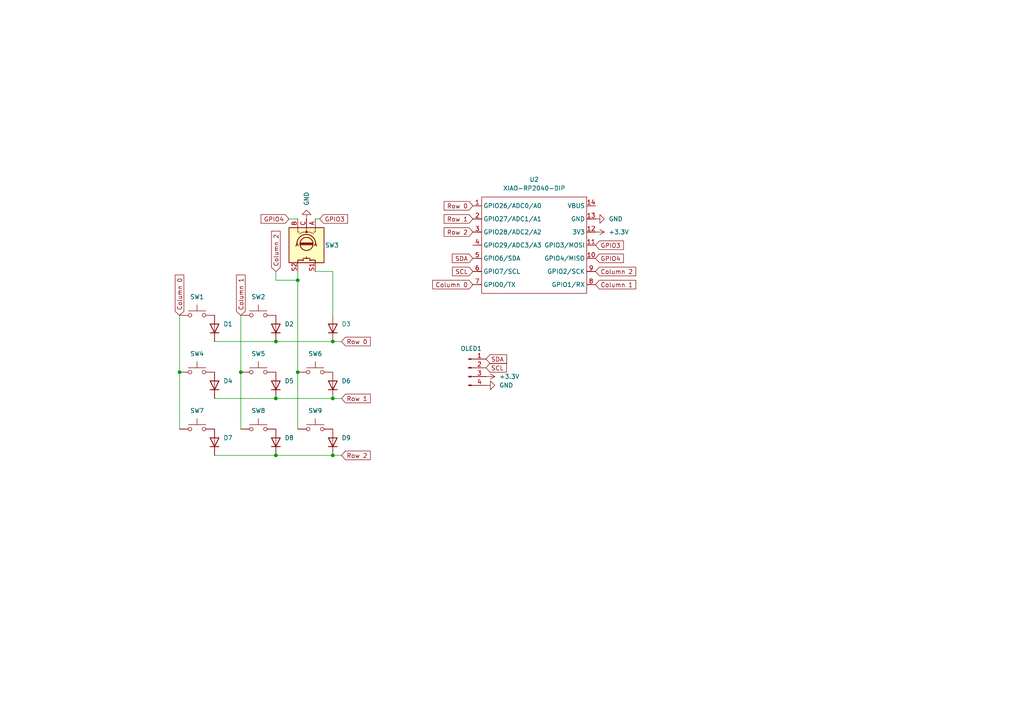
<source format=kicad_sch>
(kicad_sch (version 20231120) (generator "eeschema") (generator_version "8.0")
  (paper "A4")
  (lib_symbols
    (symbol "Connector:Conn_01x04_Pin" (pin_names (offset 1.016) hide)
      (property "Reference" "J" (at 0 5.08 0))
      (property "Value" "Conn_01x04_Pin" (at 0 -7.62 0))
      (symbol "Conn_01x04_Pin_1_1"
        (polyline (pts (xy 1.27 -5.08) (xy 0.8636 -5.08)) (stroke (width 0.1524)))
        (polyline (pts (xy 1.27 -2.54) (xy 0.8636 -2.54)) (stroke (width 0.1524)))
        (polyline (pts (xy 1.27 0) (xy 0.8636 0)) (stroke (width 0.1524)))
        (polyline (pts (xy 1.27 2.54) (xy 0.8636 2.54)) (stroke (width 0.1524)))
        (rectangle (start 0.8636 -4.953) (end 0 -5.207) (stroke (width 0.1524)) (fill (type outline)))
        (rectangle (start 0.8636 -2.413) (end 0 -2.667) (stroke (width 0.1524)) (fill (type outline)))
        (rectangle (start 0.8636 0.127) (end 0 -0.127) (stroke (width 0.1524)) (fill (type outline)))
        (rectangle (start 0.8636 2.667) (end 0 2.413) (stroke (width 0.1524)) (fill (type outline)))
        (pin passive line (at 5.08 2.54 180) (length 3.81) (name "Pin_1") (number "1"))
        (pin passive line (at 5.08 0 180) (length 3.81) (name "Pin_2") (number "2"))
        (pin passive line (at 5.08 -2.54 180) (length 3.81) (name "Pin_3") (number "3"))
        (pin passive line (at 5.08 -5.08 180) (length 3.81) (name "Pin_4") (number "4"))
      )
    )
    (symbol "Device:D" (pin_numbers hide) (pin_names (offset 1.016) hide)
      (property "Reference" "D" (at 0 2.54 0))
      (property "Value" "D" (at 0 -2.54 0))
      (symbol "D_0_1"
        (polyline (pts (xy -1.27 1.27) (xy -1.27 -1.27)) (stroke (width 0.254)))
        (polyline (pts (xy 1.27 0) (xy -1.27 0)))
        (polyline (pts (xy 1.27 1.27) (xy 1.27 -1.27) (xy -1.27 0) (xy 1.27 1.27)) (stroke (width 0.254)))
      )
      (symbol "D_1_1"
        (pin passive line (at -3.81 0 0) (length 2.54) (name "K") (number "1"))
        (pin passive line (at 3.81 0 180) (length 2.54) (name "A") (number "2"))
      )
    )
    (symbol "Device:RotaryEncoder_Switch" (pin_names (offset 0.254) hide)
      (property "Reference" "SW" (at 0 6.604 0))
      (property "Value" "RotaryEncoder_Switch" (at 0 -6.604 0))
      (symbol "RotaryEncoder_Switch_0_1"
        (rectangle (start -5.08 5.08) (end 5.08 -5.08) (stroke (width 0.254)) (fill (type background)))
        (circle (center -3.81 0) (radius 0.254) (fill (type outline)))
        (circle (center -0.381 0) (radius 1.905) (stroke (width 0.254)))
        (arc (start -0.381 2.667) (mid -3.0988 -0.0635) (end -0.381 -2.794) (stroke (width 0.254)))
        (polyline (pts (xy -0.635 -1.778) (xy -0.635 1.778)) (stroke (width 0.254)))
        (polyline (pts (xy -0.381 -1.778) (xy -0.381 1.778)) (stroke (width 0.254)))
        (polyline (pts (xy -0.127 1.778) (xy -0.127 -1.778)) (stroke (width 0.254)))
        (polyline (pts (xy 3.81 0) (xy 3.429 0)) (stroke (width 0.254)))
        (polyline (pts (xy 3.81 1.016) (xy 3.81 -1.016)) (stroke (width 0.254)))
        (polyline (pts (xy -5.08 -2.54) (xy -3.81 -2.54) (xy -3.81 -2.032)))
        (polyline (pts (xy -5.08 2.54) (xy -3.81 2.54) (xy -3.81 2.032)))
        (polyline (pts (xy 0.254 -3.048) (xy -0.508 -2.794) (xy 0.127 -2.413)) (stroke (width 0.254)))
        (polyline (pts (xy 0.254 2.921) (xy -0.508 2.667) (xy 0.127 2.286)) (stroke (width 0.254)))
        (polyline (pts (xy 5.08 -2.54) (xy 4.318 -2.54) (xy 4.318 -1.016)) (stroke (width 0.254)))
        (polyline (pts (xy 5.08 2.54) (xy 4.318 2.54) (xy 4.318 1.016)) (stroke (width 0.254)))
        (polyline (pts (xy -5.08 0) (xy -3.81 0) (xy -3.81 -1.016) (xy -3.302 -2.032)))
        (polyline (pts (xy -4.318 0) (xy -3.81 0) (xy -3.81 1.016) (xy -3.302 2.032)))
        (circle (center 4.318 -1.016) (radius 0.127) (stroke (width 0.254)))
        (circle (center 4.318 1.016) (radius 0.127) (stroke (width 0.254)))
      )
      (symbol "RotaryEncoder_Switch_1_1"
        (pin passive line (at -7.62 2.54 0) (length 2.54) (name "A") (number "A"))
        (pin passive line (at -7.62 -2.54 0) (length 2.54) (name "B") (number "B"))
        (pin passive line (at -7.62 0 0) (length 2.54) (name "C") (number "C"))
        (pin passive line (at 7.62 2.54 180) (length 2.54) (name "S1") (number "S1"))
        (pin passive line (at 7.62 -2.54 180) (length 2.54) (name "S2") (number "S2"))
      )
    )
    (symbol "Seeed_Studio_XIAO_Series:XIAO-RP2040-DIP"
      (property "Reference" "U" (at 0 0 0))
      (property "Value" "XIAO-RP2040-DIP" (at 5.334 -1.778 0))
      (symbol "XIAO-RP2040-DIP_1_0"
        (polyline (pts (xy -1.27 -30.48) (xy -1.27 -16.51)) (stroke (width 0.1524)))
        (polyline (pts (xy -1.27 -27.94) (xy -2.54 -27.94)) (stroke (width 0.1524)))
        (polyline (pts (xy -1.27 -24.13) (xy -2.54 -24.13)) (stroke (width 0.1524)))
        (polyline (pts (xy -1.27 -20.32) (xy -2.54 -20.32)) (stroke (width 0.1524)))
        (polyline (pts (xy -1.27 -16.51) (xy -2.54 -16.51)) (stroke (width 0.1524)))
        (polyline (pts (xy -1.27 -16.51) (xy -1.27 -12.7)) (stroke (width 0.1524)))
        (polyline (pts (xy -1.27 -12.7) (xy -2.54 -12.7)) (stroke (width 0.1524)))
        (polyline (pts (xy -1.27 -12.7) (xy -1.27 -8.89)) (stroke (width 0.1524)))
        (polyline (pts (xy -1.27 -8.89) (xy -2.54 -8.89)) (stroke (width 0.1524)))
        (polyline (pts (xy -1.27 -8.89) (xy -1.27 -5.08)) (stroke (width 0.1524)))
        (polyline (pts (xy -1.27 -5.08) (xy -2.54 -5.08)) (stroke (width 0.1524)))
        (polyline (pts (xy -1.27 -5.08) (xy -1.27 -2.54)) (stroke (width 0.1524)))
        (polyline (pts (xy -1.27 -2.54) (xy 29.21 -2.54)) (stroke (width 0.1524)))
        (polyline (pts (xy 29.21 -30.48) (xy -1.27 -30.48)) (stroke (width 0.1524)))
        (polyline (pts (xy 29.21 -12.7) (xy 29.21 -30.48)) (stroke (width 0.1524)))
        (polyline (pts (xy 29.21 -8.89) (xy 29.21 -12.7)) (stroke (width 0.1524)))
        (polyline (pts (xy 29.21 -5.08) (xy 29.21 -8.89)) (stroke (width 0.1524)))
        (polyline (pts (xy 29.21 -2.54) (xy 29.21 -5.08)) (stroke (width 0.1524)))
        (polyline (pts (xy 30.48 -27.94) (xy 29.21 -27.94)) (stroke (width 0.1524)))
        (polyline (pts (xy 30.48 -24.13) (xy 29.21 -24.13)) (stroke (width 0.1524)))
        (polyline (pts (xy 30.48 -20.32) (xy 29.21 -20.32)) (stroke (width 0.1524)))
        (polyline (pts (xy 30.48 -16.51) (xy 29.21 -16.51)) (stroke (width 0.1524)))
        (polyline (pts (xy 30.48 -12.7) (xy 29.21 -12.7)) (stroke (width 0.1524)))
        (polyline (pts (xy 30.48 -8.89) (xy 29.21 -8.89)) (stroke (width 0.1524)))
        (polyline (pts (xy 30.48 -5.08) (xy 29.21 -5.08)) (stroke (width 0.1524)))
        (pin passive line (at -3.81 -5.08 0) (length 2.54) (name "GPIO26/ADC0/A0") (number "1"))
        (pin passive line (at 31.75 -20.32 180) (length 2.54) (name "GPIO4/MISO") (number "10"))
        (pin passive line (at 31.75 -16.51 180) (length 2.54) (name "GPIO3/MOSI") (number "11"))
        (pin passive line (at 31.75 -12.7 180) (length 2.54) (name "3V3") (number "12"))
        (pin passive line (at 31.75 -8.89 180) (length 2.54) (name "GND") (number "13"))
        (pin passive line (at 31.75 -5.08 180) (length 2.54) (name "VBUS") (number "14"))
        (pin passive line (at -3.81 -8.89 0) (length 2.54) (name "GPIO27/ADC1/A1") (number "2"))
        (pin passive line (at -3.81 -12.7 0) (length 2.54) (name "GPIO28/ADC2/A2") (number "3"))
        (pin passive line (at -3.81 -16.51 0) (length 2.54) (name "GPIO29/ADC3/A3") (number "4"))
        (pin passive line (at -3.81 -20.32 0) (length 2.54) (name "GPIO6/SDA") (number "5"))
        (pin passive line (at -3.81 -24.13 0) (length 2.54) (name "GPIO7/SCL") (number "6"))
        (pin passive line (at -3.81 -27.94 0) (length 2.54) (name "GPIO0/TX") (number "7"))
        (pin passive line (at 31.75 -27.94 180) (length 2.54) (name "GPIO1/RX") (number "8"))
        (pin passive line (at 31.75 -24.13 180) (length 2.54) (name "GPIO2/SCK") (number "9"))
      )
    )
    (symbol "Switch:SW_Push" (pin_numbers hide) (pin_names (offset 1.016) hide)
      (property "Reference" "SW" (at 1.27 2.54 0))
      (property "Value" "SW_Push" (at 0 -1.524 0))
      (symbol "SW_Push_0_1"
        (circle (center -2.032 0) (radius 0.508))
        (polyline (pts (xy 0 1.27) (xy 0 3.048)))
        (polyline (pts (xy 2.54 1.27) (xy -2.54 1.27)))
        (circle (center 2.032 0) (radius 0.508))
        (pin passive line (at -5.08 0 0) (length 2.54) (name "1") (number "1"))
        (pin passive line (at 5.08 0 180) (length 2.54) (name "2") (number "2"))
      )
    )
    (symbol "power:+3.3V" (power) (pin_numbers hide) (pin_names (offset 0) hide)
      (property "Value" "+3.3V" (at 0 3.556 0))
      (symbol "+3.3V_0_1"
        (polyline (pts (xy -0.762 1.27) (xy 0 2.54)))
        (polyline (pts (xy 0 0) (xy 0 2.54)))
        (polyline (pts (xy 0 2.54) (xy 0.762 1.27)))
      )
      (symbol "+3.3V_1_1"
        (pin power_in line (at 0 0 90) (length 0) (name "~") (number "1"))
      )
    )
    (symbol "power:GND" (power) (pin_numbers hide) (pin_names (offset 0) hide)
      (property "Value" "GND" (at 0 -3.81 0))
      (symbol "GND_0_1"
        (polyline (pts (xy 0 0) (xy 0 -1.27) (xy 1.27 -1.27) (xy 0 -2.54) (xy -1.27 -1.27) (xy 0 -1.27)))
      )
      (symbol "GND_1_1"
        (pin power_in line (at 0 0 270) (length 0) (name "~") (number "1"))
      )
    )
  )
  (junction (at 69.85 107.95))
  (junction (at 86.36 81.28))
  (junction (at 96.52 99.06))
  (junction (at 86.36 107.95))
  (junction (at 96.52 115.57))
  (junction (at 52.07 107.95))
  (junction (at 80.01 99.06))
  (junction (at 80.01 115.57))
  (junction (at 96.52 132.08))
  (junction (at 80.01 132.08))
  (wire (pts (xy 80.01 81.28) (xy 86.36 81.28)))
  (wire (pts (xy 86.36 78.74) (xy 86.36 81.28)))
  (wire (pts (xy 83.82 63.5) (xy 86.36 63.5)))
  (wire (pts (xy 62.23 99.06) (xy 80.01 99.06)))
  (wire (pts (xy 69.85 91.44) (xy 69.85 107.95)))
  (wire (pts (xy 62.23 132.08) (xy 80.01 132.08)))
  (wire (pts (xy 96.52 78.74) (xy 96.52 91.44)))
  (wire (pts (xy 80.01 132.08) (xy 96.52 132.08)))
  (wire (pts (xy 99.06 115.57) (xy 96.52 115.57)))
  (wire (pts (xy 80.01 99.06) (xy 96.52 99.06)))
  (wire (pts (xy 96.52 99.06) (xy 99.06 99.06)))
  (wire (pts (xy 86.36 107.95) (xy 86.36 124.46)))
  (wire (pts (xy 99.06 132.08) (xy 96.52 132.08)))
  (wire (pts (xy 52.07 91.44) (xy 52.07 107.95)))
  (wire (pts (xy 80.01 115.57) (xy 96.52 115.57)))
  (wire (pts (xy 62.23 115.57) (xy 80.01 115.57)))
  (wire (pts (xy 91.44 78.74) (xy 96.52 78.74)))
  (wire (pts (xy 52.07 107.95) (xy 52.07 124.46)))
  (wire (pts (xy 92.71 63.5) (xy 91.44 63.5)))
  (wire (pts (xy 69.85 107.95) (xy 69.85 124.46)))
  (wire (pts (xy 80.01 78.74) (xy 80.01 81.28)))
  (wire (pts (xy 86.36 81.28) (xy 86.36 107.95)))
  (global_label "GPIO4" (shape input) (at 172.72 74.93 0) (property "Intersheetrefs" "${INTERSHEET_REFS}" (effects (hide yes))))
  (global_label "GPIO4" (shape input) (at 83.82 63.5 180) (property "Intersheetrefs" "${INTERSHEET_REFS}" (effects (hide yes))))
  (global_label "Row 1" (shape input) (at 137.16 63.5 180) (property "Intersheetrefs" "${INTERSHEET_REFS}" (effects (hide yes))))
  (global_label "Row 1" (shape input) (at 99.06 115.57 0) (property "Intersheetrefs" "${INTERSHEET_REFS}" (effects (hide yes))))
  (global_label "SDA" (shape input) (at 140.97 104.14 0) (property "Intersheetrefs" "${INTERSHEET_REFS}" (effects (hide yes))))
  (global_label "Row 2" (shape input) (at 137.16 67.31 180) (property "Intersheetrefs" "${INTERSHEET_REFS}" (effects (hide yes))))
  (global_label "Column 2" (shape input) (at 80.01 78.74 90) (property "Intersheetrefs" "${INTERSHEET_REFS}" (effects (hide yes))))
  (global_label "SDA" (shape input) (at 137.16 74.93 180) (property "Intersheetrefs" "${INTERSHEET_REFS}" (effects (hide yes))))
  (global_label "Row 0" (shape input) (at 99.06 99.06 0) (property "Intersheetrefs" "${INTERSHEET_REFS}" (effects (hide yes))))
  (global_label "Column 2" (shape input) (at 172.72 78.74 0) (property "Intersheetrefs" "${INTERSHEET_REFS}" (effects (hide yes))))
  (global_label "Column 1" (shape input) (at 172.72 82.55 0) (property "Intersheetrefs" "${INTERSHEET_REFS}" (effects (hide yes))))
  (global_label "SCL" (shape input) (at 140.97 106.68 0) (property "Intersheetrefs" "${INTERSHEET_REFS}" (effects (hide yes))))
  (global_label "GPIO3" (shape input) (at 172.72 71.12 0) (property "Intersheetrefs" "${INTERSHEET_REFS}" (effects (hide yes))))
  (global_label "Row 0" (shape input) (at 137.16 59.69 180) (property "Intersheetrefs" "${INTERSHEET_REFS}" (effects (hide yes))))
  (global_label "GPIO3" (shape input) (at 92.71 63.5 0) (property "Intersheetrefs" "${INTERSHEET_REFS}" (effects (hide yes))))
  (global_label "SCL" (shape input) (at 137.16 78.74 180) (property "Intersheetrefs" "${INTERSHEET_REFS}" (effects (hide yes))))
  (global_label "Column 0" (shape input) (at 137.16 82.55 180) (property "Intersheetrefs" "${INTERSHEET_REFS}" (effects (hide yes))))
  (global_label "Row 2" (shape input) (at 99.06 132.08 0) (property "Intersheetrefs" "${INTERSHEET_REFS}" (effects (hide yes))))
  (global_label "Column 0" (shape input) (at 52.07 91.44 90) (property "Intersheetrefs" "${INTERSHEET_REFS}" (effects (hide yes))))
  (global_label "Column 1" (shape input) (at 69.85 91.44 90) (property "Intersheetrefs" "${INTERSHEET_REFS}" (effects (hide yes))))
  (symbol (lib_id "power:+3.3V") (at 172.72 67.31 270) (unit 1)
    (property "Reference" "#PWR01" (effects (hide yes)))
    (property "Value" "+3.3V" (at 176.53 67.3099 90) (effects (justify left)))
    (property "Description" "Power symbol creates a global label with name \"+3.3V\"" (effects (hide yes)))
  )
  (symbol (lib_id "Device:D") (at 62.23 95.25 90) (unit 1)
    (property "Reference" "D1" (at 64.77 93.9799 90) (effects (justify right)))
    (property "Value" "D" (effects (hide yes)))
    (property "Footprint" "Diode_THT:D_DO-35_SOD27_P7.62mm_Horizontal" (effects (hide yes)))
    (property "Description" "Diode" (effects (hide yes)))
    (property "Sim.Device" "D" (effects (hide yes)))
    (property "Sim.Pins" "1=K 2=A" (effects (hide yes)))
  )
  (symbol (lib_id "Device:D") (at 96.52 95.25 90) (unit 1)
    (property "Reference" "D3" (at 99.06 93.9799 90) (effects (justify right)))
    (property "Value" "D" (effects (hide yes)))
    (property "Footprint" "Diode_THT:D_DO-35_SOD27_P7.62mm_Horizontal" (effects (hide yes)))
    (property "Description" "Diode" (effects (hide yes)))
    (property "Sim.Device" "D" (effects (hide yes)))
    (property "Sim.Pins" "1=K 2=A" (effects (hide yes)))
  )
  (symbol (lib_id "power:+3.3V") (at 140.97 109.22 270) (unit 1)
    (property "Reference" "#PWR03" (effects (hide yes)))
    (property "Value" "+3.3V" (at 144.78 109.2199 90) (effects (justify left)))
    (property "Description" "Power symbol creates a global label with name \"+3.3V\"" (effects (hide yes)))
  )
  (symbol (lib_id "Seeed_Studio_XIAO_Series:XIAO-RP2040-DIP") (at 140.97 54.61 0) (unit 1)
    (property "Reference" "U2" (at 154.94 52.07 0))
    (property "Value" "XIAO-RP2040-DIP" (at 154.94 54.61 0))
    (property "Footprint" "OPL:XIAO-RP2040-DIP" (effects (hide yes)))
  )
  (symbol (lib_id "Switch:SW_Push") (at 74.93 124.46 0) (unit 1)
    (property "Reference" "SW8" (at 74.93 119.126 0))
    (property "Value" "SW_Push" (effects (hide yes)))
    (property "Footprint" "Button_Switch_Keyboard:SW_Cherry_MX_1.00u_PCB" (effects (hide yes)))
    (property "Description" "Push button switch, generic, two pins" (effects (hide yes)))
  )
  (symbol (lib_id "Device:D") (at 80.01 111.76 90) (unit 1)
    (property "Reference" "D5" (at 82.55 110.4899 90) (effects (justify right)))
    (property "Value" "D" (effects (hide yes)))
    (property "Footprint" "Diode_THT:D_DO-35_SOD27_P7.62mm_Horizontal" (effects (hide yes)))
    (property "Description" "Diode" (effects (hide yes)))
    (property "Sim.Device" "D" (effects (hide yes)))
    (property "Sim.Pins" "1=K 2=A" (effects (hide yes)))
  )
  (symbol (lib_id "Switch:SW_Push") (at 57.15 91.44 0) (unit 1)
    (property "Reference" "SW1" (at 57.15 86.106 0))
    (property "Value" "SW_Push" (effects (hide yes)))
    (property "Footprint" "Button_Switch_Keyboard:SW_Cherry_MX_1.00u_PCB" (effects (hide yes)))
    (property "Description" "Push button switch, generic, two pins" (effects (hide yes)))
  )
  (symbol (lib_id "Device:D") (at 96.52 128.27 90) (unit 1)
    (property "Reference" "D9" (at 99.06 126.9999 90) (effects (justify right)))
    (property "Value" "D" (effects (hide yes)))
    (property "Footprint" "Diode_THT:D_DO-35_SOD27_P7.62mm_Horizontal" (effects (hide yes)))
    (property "Description" "Diode" (effects (hide yes)))
    (property "Sim.Device" "D" (effects (hide yes)))
    (property "Sim.Pins" "1=K 2=A" (effects (hide yes)))
  )
  (symbol (lib_id "Connector:Conn_01x04_Pin") (at 135.89 106.68 0) (unit 1)
    (property "Reference" "OLED1" (at 136.652 101.092 0))
    (property "Value" "Conn_01x04_Pin" (effects (hide yes)))
    (property "Footprint" "OLED:MODULE_DM-OLED096-636" (effects (hide yes)))
    (property "Description" "Generic connector, single row, 01x04, script generated" (effects (hide yes)))
  )
  (symbol (lib_id "Device:D") (at 62.23 111.76 90) (unit 1)
    (property "Reference" "D4" (at 64.77 110.4899 90) (effects (justify right)))
    (property "Value" "D" (effects (hide yes)))
    (property "Footprint" "Diode_THT:D_DO-35_SOD27_P7.62mm_Horizontal" (effects (hide yes)))
    (property "Description" "Diode" (effects (hide yes)))
    (property "Sim.Device" "D" (effects (hide yes)))
    (property "Sim.Pins" "1=K 2=A" (effects (hide yes)))
  )
  (symbol (lib_id "power:GND") (at 88.9 63.5 180) (unit 1)
    (property "Reference" "#PWR02" (effects (hide yes)))
    (property "Value" "GND" (at 88.9001 59.69 90) (effects (justify right)))
    (property "Description" "Power symbol creates a global label with name \"GND\" , ground" (effects (hide yes)))
  )
  (symbol (lib_id "power:GND") (at 172.72 63.5 90) (unit 1)
    (property "Reference" "#PWR04" (effects (hide yes)))
    (property "Value" "GND" (at 176.53 63.4999 90) (effects (justify right)))
    (property "Description" "Power symbol creates a global label with name \"GND\" , ground" (effects (hide yes)))
  )
  (symbol (lib_id "Switch:SW_Push") (at 91.44 124.46 0) (unit 1)
    (property "Reference" "SW9" (at 91.44 119.126 0))
    (property "Value" "SW_Push" (effects (hide yes)))
    (property "Footprint" "Button_Switch_Keyboard:SW_Cherry_MX_1.00u_PCB" (effects (hide yes)))
    (property "Description" "Push button switch, generic, two pins" (effects (hide yes)))
  )
  (symbol (lib_id "Switch:SW_Push") (at 57.15 107.95 0) (unit 1)
    (property "Reference" "SW4" (at 57.15 102.616 0))
    (property "Value" "SW_Push" (effects (hide yes)))
    (property "Footprint" "Button_Switch_Keyboard:SW_Cherry_MX_1.00u_PCB" (effects (hide yes)))
    (property "Description" "Push button switch, generic, two pins" (effects (hide yes)))
  )
  (symbol (lib_id "Device:D") (at 80.01 128.27 90) (unit 1)
    (property "Reference" "D8" (at 82.55 126.9999 90) (effects (justify right)))
    (property "Value" "D" (effects (hide yes)))
    (property "Footprint" "Diode_THT:D_DO-35_SOD27_P7.62mm_Horizontal" (effects (hide yes)))
    (property "Description" "Diode" (effects (hide yes)))
    (property "Sim.Device" "D" (effects (hide yes)))
    (property "Sim.Pins" "1=K 2=A" (effects (hide yes)))
  )
  (symbol (lib_id "Switch:SW_Push") (at 74.93 91.44 0) (unit 1)
    (property "Reference" "SW2" (at 74.93 86.106 0))
    (property "Value" "SW_Push" (effects (hide yes)))
    (property "Footprint" "Button_Switch_Keyboard:SW_Cherry_MX_1.00u_PCB" (effects (hide yes)))
    (property "Description" "Push button switch, generic, two pins" (effects (hide yes)))
  )
  (symbol (lib_id "Device:D") (at 80.01 95.25 90) (unit 1)
    (property "Reference" "D2" (at 82.55 93.9799 90) (effects (justify right)))
    (property "Value" "D" (effects (hide yes)))
    (property "Footprint" "Diode_THT:D_DO-35_SOD27_P7.62mm_Horizontal" (effects (hide yes)))
    (property "Description" "Diode" (effects (hide yes)))
    (property "Sim.Device" "D" (effects (hide yes)))
    (property "Sim.Pins" "1=K 2=A" (effects (hide yes)))
  )
  (symbol (lib_id "Switch:SW_Push") (at 57.15 124.46 0) (unit 1)
    (property "Reference" "SW7" (at 57.15 119.126 0))
    (property "Value" "SW_Push" (effects (hide yes)))
    (property "Footprint" "Button_Switch_Keyboard:SW_Cherry_MX_1.00u_PCB" (effects (hide yes)))
    (property "Description" "Push button switch, generic, two pins" (effects (hide yes)))
  )
  (symbol (lib_id "power:GND") (at 140.97 111.76 90) (unit 1)
    (property "Reference" "#PWR05" (effects (hide yes)))
    (property "Value" "GND" (at 144.78 111.7599 90) (effects (justify right)))
    (property "Description" "Power symbol creates a global label with name \"GND\" , ground" (effects (hide yes)))
  )
  (symbol (lib_id "Switch:SW_Push") (at 91.44 107.95 0) (unit 1)
    (property "Reference" "SW6" (at 91.44 102.616 0))
    (property "Value" "SW_Push" (effects (hide yes)))
    (property "Footprint" "Button_Switch_Keyboard:SW_Cherry_MX_1.00u_PCB" (effects (hide yes)))
    (property "Description" "Push button switch, generic, two pins" (effects (hide yes)))
  )
  (symbol (lib_id "Device:D") (at 62.23 128.27 90) (unit 1)
    (property "Reference" "D7" (at 64.77 126.9999 90) (effects (justify right)))
    (property "Value" "D" (effects (hide yes)))
    (property "Footprint" "Diode_THT:D_DO-35_SOD27_P7.62mm_Horizontal" (effects (hide yes)))
    (property "Description" "Diode" (effects (hide yes)))
    (property "Sim.Device" "D" (effects (hide yes)))
    (property "Sim.Pins" "1=K 2=A" (effects (hide yes)))
  )
  (symbol (lib_id "Switch:SW_Push") (at 74.93 107.95 0) (unit 1)
    (property "Reference" "SW5" (at 74.93 102.616 0))
    (property "Value" "SW_Push" (effects (hide yes)))
    (property "Footprint" "Button_Switch_Keyboard:SW_Cherry_MX_1.00u_PCB" (effects (hide yes)))
    (property "Description" "Push button switch, generic, two pins" (effects (hide yes)))
  )
  (symbol (lib_id "Device:RotaryEncoder_Switch") (at 88.9 71.12 270) (unit 1)
    (property "Reference" "SW3" (at 96.266 71.12 90))
    (property "Value" "RotaryEncoder_Switch" (effects (hide yes)))
    (property "Footprint" "Rotary_Encoder:RotaryEncoder_Alps_EC11E-Switch_Vertical_H20mm_CircularMountingHoles" (effects (hide yes)))
    (property "Description" "Rotary encoder, dual channel, incremental quadrate outputs, with switch" (effects (hide yes)))
  )
  (symbol (lib_id "Device:D") (at 96.52 111.76 90) (unit 1)
    (property "Reference" "D6" (at 99.06 110.4899 90) (effects (justify right)))
    (property "Value" "D" (effects (hide yes)))
    (property "Footprint" "Diode_THT:D_DO-35_SOD27_P7.62mm_Horizontal" (effects (hide yes)))
    (property "Description" "Diode" (effects (hide yes)))
    (property "Sim.Device" "D" (effects (hide yes)))
    (property "Sim.Pins" "1=K 2=A" (effects (hide yes)))
  )
)
</source>
